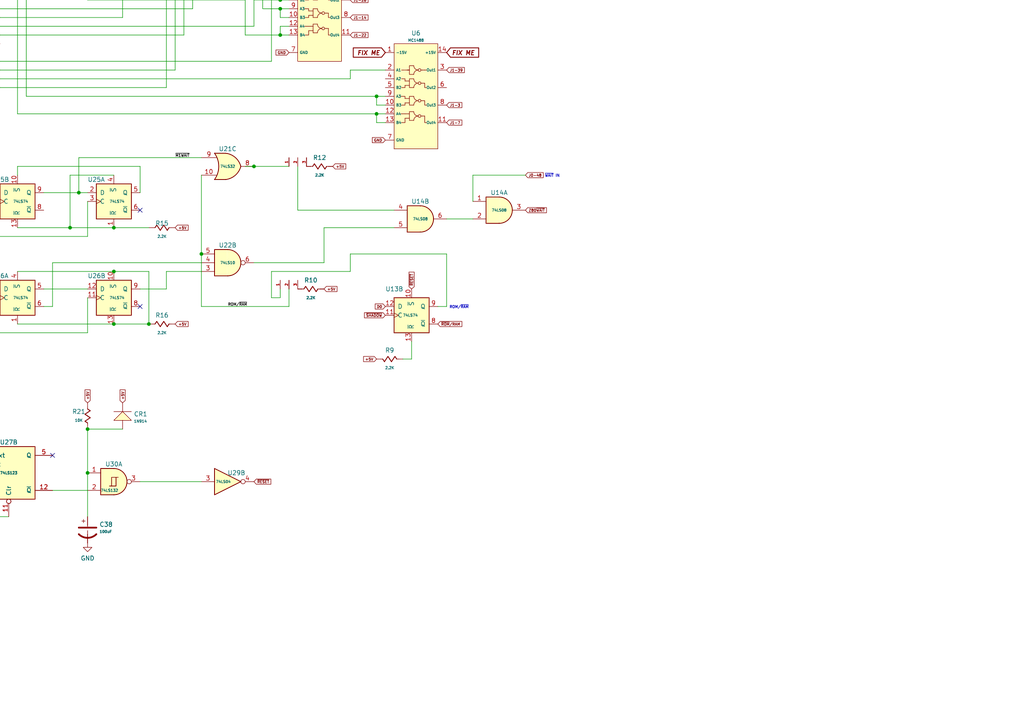
<source format=kicad_sch>
(kicad_sch (version 20211123) (generator eeschema)
  (paper "A4")
  (junction (at -137.16 12.7))
  (junction (at 33.02 78.74))
  (junction (at -139.7 137.16))
  (junction (at -76.2 127))
  (junction (at -10.16 142.24))
  (junction (at -10.16 124.46))
  (junction (at -139.7 121.92))
  (junction (at -2.54 58.42))
  (junction (at -30.48 149.86))
  (junction (at 58.42 73.66))
  (junction (at -114.3 -43.18))
  (junction (at 20.32 66.04))
  (junction (at -2.54 86.36))
  (junction (at 25.4 124.46))
  (junction (at 147.32 -86.36))
  (junction (at -116.84 81.28))
  (junction (at -144.78 12.7))
  (junction (at -114.3 81.28))
  (junction (at -139.7 149.86))
  (junction (at -68.58 -7.62))
  (junction (at -93.98 121.92))
  (junction (at 147.32 -83.82))
  (junction (at -63.5 149.86))
  (junction (at -119.38 81.28))
  (junction (at 81.28 0))
  (junction (at -180.34 160.02))
  (junction (at 22.86 55.88))
  (junction (at -93.98 142.24))
  (junction (at 147.32 -88.9))
  (junction (at 43.18 93.98))
  (junction (at 81.28 2.54))
  (junction (at 109.22 27.94))
  (junction (at 81.28 10.16))
  (junction (at 33.02 66.04))
  (junction (at 25.4 137.16))
  (junction (at 109.22 33.02))
  (junction (at -68.58 -15.24))
  (junction (at 33.02 93.98))
  (junction (at -111.76 134.62))
  (junction (at 73.66 48.26))
  (no_connect (at 127 -91.44))
  (no_connect (at 127 -86.36))
  (no_connect (at 127 -81.28))
  (no_connect (at 127 -76.2))
  (no_connect (at 101.6 -60.96))
  (no_connect (at 101.6 -55.88))
  (no_connect (at 101.6 -45.72))
  (no_connect (at 101.6 -50.8))
  (no_connect (at 76.2 -33.02))
  (no_connect (at 76.2 -22.86))
  (no_connect (at 76.2 -27.94))
  (no_connect (at 76.2 -17.78))
  (no_connect (at 40.64 88.9))
  (no_connect (at 40.64 60.96))
  (no_connect (at -101.6 76.2))
  (no_connect (at -50.8 142.24))
  (no_connect (at -22.86 137.16))
  (no_connect (at 15.24 132.08))
  (bus_entry (at -203.2 -12.7) (size -2.54 2.54))
  (bus_entry (at -203.2 -15.24) (size -2.54 2.54))
  (bus_entry (at -203.2 -25.4) (size -2.54 2.54))
  (bus_entry (at -205.74 5.08) (size 2.54 -2.54))
  (bus_entry (at -205.74 17.78) (size 2.54 -2.54))
  (bus_entry (at -203.2 -27.94) (size -2.54 2.54))
  (bus_entry (at -203.2 -22.86) (size -2.54 2.54))
  (bus_entry (at -205.74 30.48) (size 2.54 -2.54))
  (bus_entry (at -203.2 -33.02) (size -2.54 2.54))
  (bus_entry (at -205.74 12.7) (size 2.54 -2.54))
  (bus_entry (at -205.74 27.94) (size 2.54 -2.54))
  (bus_entry (at -205.74 15.24) (size 2.54 -2.54))
  (bus_entry (at -205.74 33.02) (size 2.54 -2.54))
  (bus_entry (at -205.74 -2.54) (size 2.54 -2.54))
  (bus_entry (at -205.74 -5.08) (size 2.54 -2.54))
  (bus_entry (at -205.74 55.88) (size 2.54 -2.54))
  (bus_entry (at -205.74 10.16) (size 2.54 -2.54))
  (bus_entry (at -43.18 2.54) (size 2.54 2.54))
  (bus_entry (at -43.18 -2.54) (size 2.54 2.54))
  (bus_entry (at -43.18 0) (size 2.54 2.54))
  (bus_entry (at -205.74 22.86) (size 2.54 -2.54))
  (bus_entry (at -203.2 -30.48) (size -2.54 2.54))
  (bus_entry (at -205.74 48.26) (size 2.54 -2.54))
  (bus_entry (at -205.74 20.32) (size 2.54 -2.54))
  (bus_entry (at -205.74 2.54) (size 2.54 -2.54))
  (bus_entry (at -205.74 38.1) (size 2.54 -2.54))
  (bus_entry (at -205.74 40.64) (size 2.54 -2.54))
  (bus_entry (at -114.3 7.62) (size 2.54 2.54))
  (bus_entry (at -114.3 -2.54) (size 2.54 2.54))
  (bus_entry (at -114.3 0) (size 2.54 2.54))
  (bus_entry (at -114.3 2.54) (size 2.54 2.54))
  (bus_entry (at -114.3 5.08) (size 2.54 2.54))
  (bus_entry (at -114.3 20.32) (size 2.54 2.54))
  (bus_entry (at -43.18 30.48) (size 2.54 2.54))
  (bus_entry (at -43.18 33.02) (size 2.54 2.54))
  (bus_entry (at -205.74 45.72) (size 2.54 -2.54))
  (bus_entry (at -43.18 20.32) (size 2.54 2.54))
  (bus_entry (at -43.18 -27.94) (size 2.54 2.54))
  (bus_entry (at -43.18 -30.48) (size 2.54 2.54))
  (bus_entry (at -114.3 -27.94) (size 2.54 2.54))
  (bus_entry (at -43.18 -15.24) (size 2.54 2.54))
  (bus_entry (at -43.18 -12.7) (size 2.54 2.54))
  (bus_entry (at -43.18 -25.4) (size 2.54 2.54))
  (bus_entry (at -43.18 -17.78) (size 2.54 2.54))
  (bus_entry (at -43.18 -22.86) (size 2.54 2.54))
  (bus_entry (at -43.18 -20.32) (size 2.54 2.54))
  (bus_entry (at -114.3 -20.32) (size 2.54 2.54))
  (bus_entry (at -114.3 -17.78) (size 2.54 2.54))
  (bus_entry (at -114.3 -15.24) (size 2.54 2.54))
  (bus_entry (at -114.3 -12.7) (size 2.54 2.54))
  (bus_entry (at -114.3 -10.16) (size 2.54 2.54))
  (bus_entry (at -114.3 -25.4) (size 2.54 2.54))
  (bus_entry (at -114.3 -22.86) (size 2.54 2.54))
  (bus_entry (at -205.74 50.8) (size 2.54 -2.54))
  (bus_entry (at -205.74 43.18) (size 2.54 -2.54))
  (bus_entry (at -203.2 -17.78) (size -2.54 2.54))
  (bus_entry (at -205.74 0) (size 2.54 -2.54))
  (bus_entry (at -205.74 7.62) (size 2.54 -2.54))
  (bus_entry (at -205.74 25.4) (size 2.54 -2.54))
  (bus_entry (at -203.2 -20.32) (size -2.54 2.54))
  (bus_entry (at -205.74 53.34) (size 2.54 -2.54))
  (bus (pts (xy -203.2 10.16) (xy -203.2 12.7)))
  (wire (pts (xy -205.74 -15.24) (xy -220.98 -15.24)))
  (wire (pts (xy -134.62 71.12) (xy -127 71.12)))
  (wire (pts (xy -15.24 134.62) (xy -10.16 134.62)))
  (wire (pts (xy 73.66 7.62) (xy 73.66 0)))
  (wire (pts (xy -10.16 114.3) (xy -10.16 124.46)))
  (wire (pts (xy -7.62 58.42) (xy -2.54 58.42)))
  (wire (pts (xy 78.74 78.74) (xy 101.6 78.74)))
  (wire (pts (xy -139.7 121.92) (xy -139.7 137.16)))
  (wire (pts (xy 73.66 48.26) (xy 71.12 48.26)))
  (wire (pts (xy -172.72 152.4) (xy -172.72 160.02)))
  (bus (pts (xy -203.2 43.18) (xy -203.2 45.72)))
  (wire (pts (xy -205.74 -30.48) (xy -220.98 -30.48)))
  (wire (pts (xy -337.82 12.7) (xy -337.82 15.24)))
  (wire (pts (xy 83.82 -2.54) (xy 81.28 -2.54)))
  (bus (pts (xy -114.3 -12.7) (xy -114.3 -10.16)))
  (wire (pts (xy 76.2 -5.08) (xy 76.2 2.54)))
  (wire (pts (xy -71.12 -7.62) (xy -68.58 -7.62)))
  (bus (pts (xy -203.2 2.54) (xy -203.2 5.08)))
  (wire (pts (xy 22.86 55.88) (xy 22.86 45.72)))
  (bus (pts (xy -43.18 -22.86) (xy -43.18 -25.4)))
  (bus (pts (xy -43.18 0) (xy -43.18 2.54)))
  (wire (pts (xy 93.98 66.04) (xy 114.3 66.04)))
  (wire (pts (xy -210.82 33.02) (xy -205.74 33.02)))
  (bus (pts (xy -203.2 40.64) (xy -203.2 43.18)))
  (wire (pts (xy -40.64 2.54) (xy -30.48 2.54)))
  (bus (pts (xy -43.18 -27.94) (xy -43.18 -30.48)))
  (wire (pts (xy -30.48 17.78) (xy -50.8 17.78)))
  (wire (pts (xy 22.86 55.88) (xy 25.4 55.88)))
  (bus (pts (xy -203.2 -33.02) (xy -203.2 -43.18)))
  (wire (pts (xy -111.76 7.62) (xy -101.6 7.62)))
  (wire (pts (xy 40.64 48.26) (xy 5.08 48.26)))
  (bus (pts (xy -43.18 -30.48) (xy -43.18 -43.18)))
  (wire (pts (xy -93.98 121.92) (xy -30.48 121.92)))
  (bus (pts (xy -203.2 38.1) (xy -203.2 40.64)))
  (wire (pts (xy 111.76 33.02) (xy 109.22 33.02)))
  (wire (pts (xy -144.78 12.7) (xy -137.16 12.7)))
  (wire (pts (xy 48.26 83.82) (xy 48.26 78.74)))
  (bus (pts (xy -203.2 -25.4) (xy -203.2 -27.94)))
  (wire (pts (xy -111.76 -7.62) (xy -101.6 -7.62)))
  (wire (pts (xy 10.16 -27.94) (xy 10.16 -78.74)))
  (bus (pts (xy -203.2 -5.08) (xy -203.2 -2.54)))
  (wire (pts (xy 78.74 86.36) (xy 81.28 86.36)))
  (wire (pts (xy 25.4 124.46) (xy 25.4 137.16)))
  (bus (pts (xy -114.3 2.54) (xy -114.3 5.08)))
  (wire (pts (xy 116.84 104.14) (xy 119.38 104.14)))
  (wire (pts (xy 22.86 -48.26) (xy 22.86 -30.48)))
  (wire (pts (xy 25.4 68.58) (xy 25.4 58.42)))
  (wire (pts (xy 50.8 -63.5) (xy 83.82 -63.5)))
  (bus (pts (xy -203.2 -17.78) (xy -203.2 -15.24)))
  (wire (pts (xy 73.66 0) (xy 81.28 0)))
  (wire (pts (xy 22.86 45.72) (xy 58.42 45.72)))
  (wire (pts (xy -60.96 -45.72) (xy 33.02 -45.72)))
  (wire (pts (xy 20.32 -20.32) (xy 20.32 -30.48)))
  (wire (pts (xy 48.26 -30.48) (xy 58.42 -30.48)))
  (bus (pts (xy -43.18 -15.24) (xy -43.18 -17.78)))
  (wire (pts (xy -43.18 116.84) (xy -43.18 134.62)))
  (bus (pts (xy -203.2 -20.32) (xy -203.2 -22.86)))
  (wire (pts (xy -2.54 96.52) (xy 25.4 96.52)))
  (bus (pts (xy -203.2 0) (xy -203.2 2.54)))
  (wire (pts (xy -43.18 134.62) (xy -38.1 134.62)))
  (wire (pts (xy -144.78 137.16) (xy -139.7 137.16)))
  (wire (pts (xy -109.22 66.04) (xy -109.22 60.96)))
  (wire (pts (xy 0 20.32) (xy 50.8 20.32)))
  (wire (pts (xy -111.76 -25.4) (xy -101.6 -25.4)))
  (wire (pts (xy -210.82 22.86) (xy -205.74 22.86)))
  (wire (pts (xy 0 -22.86) (xy 7.62 -22.86)))
  (wire (pts (xy -40.64 22.86) (xy -30.48 22.86)))
  (wire (pts (xy -63.5 -5.08) (xy -71.12 -5.08)))
  (wire (pts (xy -210.82 20.32) (xy -205.74 20.32)))
  (wire (pts (xy 71.12 10.16) (xy 81.28 10.16)))
  (wire (pts (xy -111.76 -17.78) (xy -101.6 -17.78)))
  (bus (pts (xy -43.18 -20.32) (xy -43.18 -22.86)))
  (wire (pts (xy -109.22 60.96) (xy -83.82 60.96)))
  (wire (pts (xy -210.82 10.16) (xy -205.74 10.16)))
  (wire (pts (xy -210.82 17.78) (xy -205.74 17.78)))
  (wire (pts (xy -132.08 15.24) (xy -132.08 25.4)))
  (bus (pts (xy -203.2 35.56) (xy -203.2 38.1)))
  (bus (pts (xy -203.2 17.78) (xy -203.2 20.32)))
  (wire (pts (xy -66.04 -50.8) (xy -66.04 -12.7)))
  (wire (pts (xy -15.24 124.46) (xy -10.16 124.46)))
  (wire (pts (xy -30.48 15.24) (xy -53.34 15.24)))
  (wire (pts (xy -40.64 -12.7) (xy -30.48 -12.7)))
  (wire (pts (xy 109.22 35.56) (xy 111.76 35.56)))
  (wire (pts (xy -111.76 -10.16) (xy -101.6 -10.16)))
  (wire (pts (xy 17.78 -83.82) (xy 109.22 -83.82)))
  (wire (pts (xy 73.66 76.2) (xy 93.98 76.2)))
  (wire (pts (xy -210.82 48.26) (xy -205.74 48.26)))
  (wire (pts (xy -76.2 127) (xy -76.2 132.08)))
  (wire (pts (xy 81.28 -2.54) (xy 81.28 0)))
  (wire (pts (xy 43.18 78.74) (xy 43.18 93.98)))
  (wire (pts (xy 58.42 88.9) (xy 83.82 88.9)))
  (wire (pts (xy 27.94 -17.78) (xy 27.94 -53.34)))
  (wire (pts (xy 109.22 33.02) (xy 109.22 35.56)))
  (wire (pts (xy 5.08 33.02) (xy 109.22 33.02)))
  (bus (pts (xy -203.2 50.8) (xy -203.2 53.34)))
  (wire (pts (xy 40.64 83.82) (xy 48.26 83.82)))
  (wire (pts (xy 50.8 20.32) (xy 50.8 -63.5)))
  (bus (pts (xy -203.2 -12.7) (xy -203.2 -7.62)))
  (wire (pts (xy 137.16 58.42) (xy 137.16 50.8)))
  (bus (pts (xy -43.18 -2.54) (xy -43.18 0)))
  (wire (pts (xy 5.08 48.26) (xy 5.08 50.8)))
  (wire (pts (xy -205.74 -22.86) (xy -220.98 -22.86)))
  (wire (pts (xy -210.82 25.4) (xy -205.74 25.4)))
  (wire (pts (xy -187.96 160.02) (xy -180.34 160.02)))
  (wire (pts (xy 93.98 76.2) (xy 93.98 66.04)))
  (wire (pts (xy -119.38 81.28) (xy -116.84 81.28)))
  (wire (pts (xy 12.7 88.9) (xy 15.24 88.9)))
  (bus (pts (xy -114.3 -2.54) (xy -114.3 0)))
  (wire (pts (xy -63.5 -48.26) (xy 22.86 -48.26)))
  (wire (pts (xy 15.24 76.2) (xy 58.42 76.2)))
  (wire (pts (xy -111.76 2.54) (xy -101.6 2.54)))
  (wire (pts (xy -68.58 -22.86) (xy -68.58 -15.24)))
  (wire (pts (xy -139.7 144.78) (xy -139.7 149.86)))
  (wire (pts (xy -114.3 81.28) (xy -111.76 81.28)))
  (wire (pts (xy -7.62 55.88) (xy -2.54 55.88)))
  (wire (pts (xy -40.64 -22.86) (xy -30.48 -22.86)))
  (wire (pts (xy 5.08 66.04) (xy 20.32 66.04)))
  (wire (pts (xy -81.28 134.62) (xy -76.2 134.62)))
  (wire (pts (xy 0 17.78) (xy 78.74 17.78)))
  (wire (pts (xy -187.96 144.78) (xy -185.42 144.78)))
  (wire (pts (xy -20.32 132.08) (xy -20.32 142.24)))
  (wire (pts (xy 81.28 7.62) (xy 81.28 10.16)))
  (wire (pts (xy -210.82 43.18) (xy -205.74 43.18)))
  (wire (pts (xy -40.64 -20.32) (xy -30.48 -20.32)))
  (wire (pts (xy 0 5.08) (xy 35.56 5.08)))
  (wire (pts (xy -111.76 5.08) (xy -101.6 5.08)))
  (wire (pts (xy 109.22 30.48) (xy 111.76 30.48)))
  (wire (pts (xy -40.64 -25.4) (xy -30.48 -25.4)))
  (wire (pts (xy -111.76 10.16) (xy -101.6 10.16)))
  (wire (pts (xy -20.32 142.24) (xy -10.16 142.24)))
  (wire (pts (xy 147.32 -83.82) (xy 147.32 -78.74)))
  (wire (pts (xy -144.78 12.7) (xy -144.78 73.66)))
  (wire (pts (xy 55.88 2.54) (xy 55.88 -20.32)))
  (wire (pts (xy -30.48 127) (xy -30.48 121.92)))
  (wire (pts (xy 0 -10.16) (xy 5.08 -10.16)))
  (wire (pts (xy -60.96 -45.72) (xy -60.96 2.54)))
  (wire (pts (xy 0 -2.54) (xy 45.72 -2.54)))
  (wire (pts (xy 0 -7.62) (xy 30.48 -7.62)))
  (wire (pts (xy -66.04 -12.7) (xy -71.12 -12.7)))
  (bus (pts (xy -114.3 -25.4) (xy -114.3 -22.86)))
  (wire (pts (xy -205.74 -10.16) (xy -220.98 -10.16)))
  (wire (pts (xy 25.4 137.16) (xy 25.4 149.86)))
  (wire (pts (xy 20.32 66.04) (xy 33.02 66.04)))
  (bus (pts (xy -203.2 -20.32) (xy -203.2 -17.78)))
  (bus (pts (xy -203.2 45.72) (xy -203.2 48.26)))
  (bus (pts (xy -114.3 -43.18) (xy -43.18 -43.18)))
  (wire (pts (xy 15.24 88.9) (xy 15.24 76.2)))
  (wire (pts (xy 5.08 -50.8) (xy -66.04 -50.8)))
  (bus (pts (xy -43.18 -25.4) (xy -43.18 -27.94)))
  (wire (pts (xy -116.84 40.64) (xy -116.84 66.04)))
  (wire (pts (xy 55.88 -20.32) (xy 58.42 -20.32)))
  (wire (pts (xy 15.24 142.24) (xy 25.4 142.24)))
  (wire (pts (xy -210.82 -2.54) (xy -205.74 -2.54)))
  (wire (pts (xy 33.02 78.74) (xy 43.18 78.74)))
  (wire (pts (xy -147.32 152.4) (xy -152.4 152.4)))
  (wire (pts (xy -40.64 -17.78) (xy -30.48 -17.78)))
  (wire (pts (xy 33.02 66.04) (xy 43.18 66.04)))
  (wire (pts (xy -111.76 -15.24) (xy -101.6 -15.24)))
  (wire (pts (xy 0 2.54) (xy 55.88 2.54)))
  (wire (pts (xy 10.16 -78.74) (xy 109.22 -78.74)))
  (wire (pts (xy 147.32 -83.82) (xy 149.86 -83.82)))
  (wire (pts (xy -205.74 -27.94) (xy -220.98 -27.94)))
  (wire (pts (xy 25.4 0) (xy 71.12 0)))
  (wire (pts (xy 5.08 78.74) (xy 33.02 78.74)))
  (wire (pts (xy 38.1 -58.42) (xy 83.82 -58.42)))
  (wire (pts (xy -160.02 12.7) (xy -152.4 12.7)))
  (wire (pts (xy -50.8 17.78) (xy -50.8 40.64)))
  (bus (pts (xy -203.2 20.32) (xy -203.2 22.86)))
  (wire (pts (xy -2.54 68.58) (xy 25.4 68.58)))
  (wire (pts (xy -177.8 144.78) (xy -170.18 144.78)))
  (wire (pts (xy 12.7 55.88) (xy 22.86 55.88)))
  (wire (pts (xy -210.82 2.54) (xy -205.74 2.54)))
  (wire (pts (xy -81.28 127) (xy -76.2 127)))
  (wire (pts (xy 86.36 48.26) (xy 86.36 60.96)))
  (wire (pts (xy 147.32 -86.36) (xy 149.86 -86.36)))
  (wire (pts (xy -210.82 5.08) (xy -205.74 5.08)))
  (wire (pts (xy -50.8 40.64) (xy -63.5 40.64)))
  (wire (pts (xy 86.36 60.96) (xy 114.3 60.96)))
  (wire (pts (xy 147.32 -88.9) (xy 149.86 -88.9)))
  (wire (pts (xy 147.32 -86.36) (xy 147.32 -83.82)))
  (bus (pts (xy -203.2 -7.62) (xy -203.2 -5.08)))
  (wire (pts (xy 7.62 -27.94) (xy 7.62 -25.4)))
  (wire (pts (xy -63.5 149.86) (xy -30.48 149.86)))
  (wire (pts (xy -40.64 5.08) (xy -30.48 5.08)))
  (wire (pts (xy 30.48 -48.26) (xy 30.48 -7.62)))
  (wire (pts (xy -210.82 53.34) (xy -205.74 53.34)))
  (wire (pts (xy -205.74 -20.32) (xy -220.98 -20.32)))
  (wire (pts (xy -116.84 134.62) (xy -111.76 134.62)))
  (wire (pts (xy -111.76 -20.32) (xy -101.6 -20.32)))
  (wire (pts (xy -7.62 86.36) (xy -2.54 86.36)))
  (wire (pts (xy 53.34 10.16) (xy 53.34 -25.4)))
  (wire (pts (xy -119.38 121.92) (xy -93.98 121.92)))
  (wire (pts (xy 30.48 -48.26) (xy 83.82 -48.26)))
  (wire (pts (xy 71.12 0) (xy 71.12 10.16)))
  (wire (pts (xy 33.02 50.8) (xy 20.32 50.8)))
  (bus (pts (xy -43.18 -12.7) (xy -43.18 -2.54)))
  (wire (pts (xy -7.62 83.82) (xy -2.54 83.82)))
  (wire (pts (xy -109.22 81.28) (xy -109.22 86.36)))
  (wire (pts (xy 119.38 99.06) (xy 119.38 104.14)))
  (wire (pts (xy -53.34 33.02) (xy -119.38 33.02)))
  (wire (pts (xy 147.32 -91.44) (xy 147.32 -88.9)))
  (wire (pts (xy -93.98 142.24) (xy -93.98 149.86)))
  (wire (pts (xy -114.3 66.04) (xy -114.3 43.18)))
  (wire (pts (xy -116.84 81.28) (xy -114.3 81.28)))
  (wire (pts (xy 78.74 78.74) (xy 78.74 86.36)))
  (wire (pts (xy -205.74 -17.78) (xy -220.98 -17.78)))
  (wire (pts (xy 101.6 78.74) (xy 101.6 73.66)))
  (wire (pts (xy -96.52 137.16) (xy -96.52 139.7)))
  (wire (pts (xy 0 -20.32) (xy 20.32 -20.32)))
  (wire (pts (xy 5.08 -27.94) (xy 5.08 -50.8)))
  (bus (pts (xy -43.18 -12.7) (xy -43.18 -15.24)))
  (wire (pts (xy 129.54 63.5) (xy 137.16 63.5)))
  (wire (pts (xy 0 -93.98) (xy 0 -27.94)))
  (bus (pts (xy -203.2 -22.86) (xy -203.2 -25.4)))
  (wire (pts (xy -10.16 124.46) (xy -10.16 132.08)))
  (wire (pts (xy 73.66 48.26) (xy 83.82 48.26)))
  (wire (pts (xy -210.82 38.1) (xy -205.74 38.1)))
  (wire (pts (xy 0 7.62) (xy 73.66 7.62)))
  (bus (pts (xy -203.2 5.08) (xy -203.2 7.62)))
  (bus (pts (xy -203.2 -12.7) (xy -203.2 -15.24)))
  (bus (pts (xy -114.3 -27.94) (xy -114.3 -25.4)))
  (wire (pts (xy -149.86 121.92) (xy -139.7 121.92)))
  (wire (pts (xy -114.3 43.18) (xy -93.98 43.18)))
  (wire (pts (xy -2.54 86.36) (xy -2.54 96.52)))
  (wire (pts (xy 7.62 27.94) (xy 109.22 27.94)))
  (wire (pts (xy -127 73.66) (xy -144.78 73.66)))
  (bus (pts (xy -43.18 2.54) (xy -43.18 20.32)))
  (wire (pts (xy 137.16 50.8) (xy 152.4 50.8)))
  (wire (pts (xy -12.7 35.56) (xy -12.7 33.02)))
  (wire (pts (xy 12.7 83.82) (xy 25.4 83.82)))
  (wire (pts (xy -101.6 15.24) (xy -132.08 15.24)))
  (wire (pts (xy 7.62 -22.86) (xy 7.62 27.94)))
  (wire (pts (xy -134.62 40.64) (xy -134.62 71.12)))
  (wire (pts (xy -119.38 33.02) (xy -119.38 66.04)))
  (wire (pts (xy 0 -17.78) (xy 27.94 -17.78)))
  (wire (pts (xy -322.58 12.7) (xy -322.58 15.24)))
  (wire (pts (xy 109.22 27.94) (xy 109.22 30.48)))
  (bus (pts (xy -114.3 -20.32) (xy -114.3 -17.78)))
  (wire (pts (xy -111.76 152.4) (xy -111.76 139.7)))
  (wire (pts (xy -152.4 149.86) (xy -139.7 149.86)))
  (bus (pts (xy -114.3 -27.94) (xy -114.3 -43.18)))
  (wire (pts (xy 58.42 73.66) (xy 58.42 88.9)))
  (bus (pts (xy -203.2 30.48) (xy -203.2 35.56)))
  (wire (pts (xy -111.76 -12.7) (xy -101.6 -12.7)))
  (wire (pts (xy -353.06 -5.08) (xy -353.06 -2.54)))
  (wire (pts (xy 0 -5.08) (xy 76.2 -5.08)))
  (wire (pts (xy 0 22.86) (xy 101.6 22.86)))
  (wire (pts (xy -111.76 -22.86) (xy -101.6 -22.86)))
  (wire (pts (xy -210.82 30.48) (xy -205.74 30.48)))
  (wire (pts (xy -210.82 0) (xy -205.74 0)))
  (wire (pts (xy 81.28 0) (xy 83.82 0)))
  (wire (pts (xy -40.64 -10.16) (xy -30.48 -10.16)))
  (wire (pts (xy 35.56 5.08) (xy 35.56 -27.94)))
  (wire (pts (xy 40.64 55.88) (xy 40.64 48.26)))
  (bus (pts (xy -203.2 22.86) (xy -203.2 25.4)))
  (wire (pts (xy -53.34 15.24) (xy -53.34 33.02)))
  (wire (pts (xy -109.22 53.34) (xy -111.76 53.34)))
  (bus (pts (xy -203.2 27.94) (xy -203.2 30.48)))
  (wire (pts (xy -40.64 -27.94) (xy -30.48 -27.94)))
  (wire (pts (xy 33.02 -27.94) (xy 33.02 -45.72)))
  (wire (pts (xy 48.26 78.74) (xy 58.42 78.74)))
  (wire (pts (xy -139.7 149.86) (xy -139.7 154.94)))
  (bus (pts (xy -114.3 -22.86) (xy -114.3 -20.32)))
  (wire (pts (xy 81.28 10.16) (xy 83.82 10.16)))
  (wire (pts (xy -68.58 -15.24) (xy -68.58 -7.62)))
  (bus (pts (xy -43.18 30.48) (xy -43.18 33.02)))
  (wire (pts (xy -40.64 33.02) (xy -15.24 33.02)))
  (wire (pts (xy 101.6 73.66) (xy 129.54 73.66)))
  (wire (pts (xy -60.96 2.54) (xy -71.12 2.54)))
  (wire (pts (xy 101.6 20.32) (xy 111.76 20.32)))
  (wire (pts (xy 83.82 88.9) (xy 83.82 83.82)))
  (wire (pts (xy 83.82 7.62) (xy 81.28 7.62)))
  (wire (pts (xy 27.94 -53.34) (xy 83.82 -53.34)))
  (bus (pts (xy -114.3 7.62) (xy -114.3 20.32)))
  (wire (pts (xy 129.54 88.9) (xy 127 88.9)))
  (wire (pts (xy -322.58 38.1) (xy -322.58 35.56)))
  (wire (pts (xy -137.16 12.7) (xy -101.6 12.7)))
  (bus (pts (xy -203.2 7.62) (xy -203.2 10.16)))
  (wire (pts (xy 109.22 -93.98) (xy 0 -93.98)))
  (wire (pts (xy -210.82 40.64) (xy -205.74 40.64)))
  (bus (pts (xy -114.3 -17.78) (xy -114.3 -15.24)))
  (wire (pts (xy -353.06 -27.94) (xy -353.06 -25.4)))
  (wire (pts (xy -210.82 -5.08) (xy -205.74 -5.08)))
  (wire (pts (xy 111.76 27.94) (xy 109.22 27.94)))
  (wire (pts (xy -101.6 73.66) (xy -99.06 73.66)))
  (wire (pts (xy 81.28 5.08) (xy 83.82 5.08)))
  (wire (pts (xy -10.16 142.24) (xy -10.16 144.78)))
  (bus (pts (xy -114.3 0) (xy -114.3 2.54)))
  (bus (pts (xy -203.2 -30.48) (xy -203.2 -33.02)))
  (wire (pts (xy -180.34 160.02) (xy -172.72 160.02)))
  (wire (pts (xy 38.1 -27.94) (xy 38.1 -58.42)))
  (wire (pts (xy 53.34 -25.4) (xy 58.42 -25.4)))
  (wire (pts (xy 48.26 25.4) (xy 48.26 -30.48)))
  (wire (pts (xy -210.82 45.72) (xy -205.74 45.72)))
  (bus (pts (xy -203.2 -43.18) (xy -114.3 -43.18)))
  (wire (pts (xy 78.74 -5.08) (xy 83.82 -5.08)))
  (wire (pts (xy 129.54 73.66) (xy 129.54 88.9)))
  (wire (pts (xy -109.22 86.36) (xy -99.06 86.36)))
  (wire (pts (xy -111.76 116.84) (xy -43.18 116.84)))
  (bus (pts (xy -203.2 12.7) (xy -203.2 15.24)))
  (wire (pts (xy 5.08 -10.16) (xy 5.08 33.02)))
  (wire (pts (xy -83.82 60.96) (xy -83.82 73.66)))
  (bus (pts (xy -43.18 20.32) (xy -43.18 30.48)))
  (wire (pts (xy -93.98 149.86) (xy -63.5 149.86)))
  (wire (pts (xy 147.32 -88.9) (xy 147.32 -86.36)))
  (wire (pts (xy -124.46 152.4) (xy -111.76 152.4)))
  (wire (pts (xy 20.32 50.8) (xy 20.32 66.04)))
  (wire (pts (xy 58.42 50.8) (xy 58.42 73.66)))
  (wire (pts (xy -210.82 55.88) (xy -205.74 55.88)))
  (wire (pts (xy -337.82 38.1) (xy -337.82 35.56)))
  (bus (pts (xy -203.2 15.24) (xy -203.2 17.78)))
  (wire (pts (xy -40.64 35.56) (xy -12.7 35.56)))
  (wire (pts (xy -205.74 -12.7) (xy -220.98 -12.7)))
  (bus (pts (xy -203.2 -27.94) (xy -203.2 -30.48)))
  (wire (pts (xy -160.02 81.28) (xy -152.4 81.28)))
  (wire (pts (xy -40.64 -15.24) (xy -30.48 -15.24)))
  (wire (pts (xy -50.8 132.08) (xy -38.1 132.08)))
  (wire (pts (xy -71.12 -15.24) (xy -68.58 -15.24)))
  (wire (pts (xy -22.86 132.08) (xy -20.32 132.08)))
  (bus (pts (xy -43.18 -17.78) (xy -43.18 -20.32)))
  (bus (pts (xy -203.2 48.26) (xy -203.2 50.8)))
  (wire (pts (xy 0 25.4) (xy 48.26 25.4)))
  (wire (pts (xy -111.76 0) (xy -101.6 0)))
  (bus (pts (xy -114.3 -10.16) (xy -114.3 -2.54)))
  (wire (pts (xy -144.78 81.28) (xy -119.38 81.28)))
  (wire (pts (xy -210.82 15.24) (xy -205.74 15.24)))
  (wire (pts (xy -2.54 58.42) (xy -2.54 68.58)))
  (wire (pts (xy -111.76 22.86) (xy -101.6 22.86)))
  (wire (pts (xy -96.52 139.7) (xy -76.2 139.7)))
  (wire (pts (xy -172.72 152.4) (xy -170.18 152.4)))
  (bus (pts (xy -114.3 5.08) (xy -114.3 7.62)))
  (wire (pts (xy 5.08 93.98) (xy 33.02 93.98)))
  (wire (pts (xy -68.58 -7.62) (xy -68.58 0)))
  (wire (pts (xy 40.64 139.7) (xy 58.42 139.7)))
  (wire (pts (xy 35.56 124.46) (xy 25.4 124.46)))
  (wire (pts (xy 0 -25.4) (xy 7.62 -25.4)))
  (wire (pts (xy 81.28 83.82) (xy 81.28 86.36)))
  (wire (pts (xy -93.98 121.92) (xy -93.98 142.24)))
  (wire (pts (xy 83.82 2.54) (xy 81.28 2.54)))
  (wire (pts (xy 0 10.16) (xy 53.34 10.16)))
  (wire (pts (xy 25.4 -30.48) (xy 25.4 0)))
  (wire (pts (xy 78.74 17.78) (xy 78.74 -5.08)))
  (wire (pts (xy -210.82 27.94) (xy -205.74 27.94)))
  (wire (pts (xy -187.96 144.78) (xy -187.96 160.02)))
  (wire (pts (xy -180.34 149.86) (xy -170.18 149.86)))
  (wire (pts (xy -210.82 50.8) (xy -205.74 50.8)))
  (wire (pts (xy -205.74 -25.4) (xy -220.98 -25.4)))
  (wire (pts (xy -152.4 137.16) (xy -152.4 144.78)))
  (bus (pts (xy -203.2 25.4) (xy -203.2 27.94)))
  (wire (pts (xy 149.86 -91.44) (xy 147.32 -91.44)))
  (wire (pts (xy -93.98 142.24) (xy -76.2 142.24)))
  (wire (pts (xy -76.2 114.3) (xy -76.2 127)))
  (wire (pts (xy -210.82 12.7) (xy -205.74 12.7)))
  (wire (pts (xy 76.2 2.54) (xy 81.28 2.54)))
  (wire (pts (xy -71.12 0) (xy -68.58 0)))
  (wire (pts (xy -210.82 7.62) (xy -205.74 7.62)))
  (wire (pts (xy 45.72 -35.56) (xy 58.42 -35.56)))
  (wire (pts (xy -30.48 142.24) (xy -30.48 149.86)))
  (wire (pts (xy -40.64 0) (xy -30.48 0)))
  (wire (pts (xy -78.74 40.64) (xy -116.84 40.64)))
  (wire (pts (xy 45.72 -2.54) (xy 45.72 -35.56)))
  (bus (pts (xy -203.2 -2.54) (xy -203.2 0)))
  (wire (pts (xy -111.76 134.62) (xy -111.76 116.84)))
  (wire (pts (xy -111.76 53.34) (xy -111.76 66.04)))
  (wire (pts (xy 101.6 22.86) (xy 101.6 20.32)))
  (wire (pts (xy -63.5 -48.26) (xy -63.5 -5.08)))
  (wire (pts (xy 17.78 -83.82) (xy 17.78 -30.48)))
  (wire (pts (xy -139.7 121.92) (xy -127 121.92)))
  (wire (pts (xy -30.48 149.86) (xy 2.54 149.86)))
  (bus (pts (xy -114.3 -15.24) (xy -114.3 -12.7)))
  (wire (pts (xy -137.16 12.7) (xy -137.16 25.4)))
  (wire (pts (xy 81.28 2.54) (xy 81.28 5.08)))
  (wire (pts (xy 25.4 96.52) (xy 25.4 86.36)))
  (wire (pts (xy 33.02 93.98) (xy 43.18 93.98)))
  (text "ROM/~{RAM}" (at 130.302 89.662 0) (effects (font (size 0.762 0.762)) (justify left bottom)))
  (text "~{WAIT} IN" (at 157.988 51.562 0) (effects (font (size 0.762 0.762)) (justify left bottom)))
  (label "~{M1}" (at -38.1 0 0) (effects (font (size 0.762 0.762))))
  (label "A15" (at -208.28 33.02 0) (effects (font (size 0.762 0.762))))
  (label "~{M1}" (at -215.9 -30.48 180) (effects (font (size 0.762 0.762))))
  (label "D5" (at -38.1 -15.24 0) (effects (font (size 0.762 0.762))))
  (label "A1" (at -208.28 -2.54 0) (effects (font (size 0.762 0.762))))
  (label "~{RFSH}" (at -218.44 -17.78 0) (effects (font (size 0.762 0.762))))
  (label "~{M1WAIT}" (at 50.8 45.72 0) (effects (font (size 0.762 0.762))))
  (label "A9" (at -208.28 17.78 0) (effects (font (size 0.762 0.762))))
  (label "~{RESET}" (at -215.9 -15.24 180) (effects (font (size 0.762 0.762))))
  (label "~{MREQ}" (at -215.9 -27.94 180) (effects (font (size 0.762 0.762))))
  (label "A8" (at -208.28 15.24 0) (effects (font (size 0.762 0.762))))
  (label "A7" (at -208.28 12.7 0) (effects (font (size 0.762 0.762))))
  (label "A0" (at -109.22 0 0) (effects (font (size 0.762 0.762))))
  (label "A10" (at -208.28 20.32 0) (effects (font (size 0.762 0.762))))
  (label "D4" (at -109.22 -15.24 0) (effects (font (size 0.762 0.762))))
  (label "A2" (at -208.28 0 0) (effects (font (size 0.762 0.762))))
  (label "D3" (at -38.1 -20.32 0) (effects (font (size 0.762 0.762))))
  (label "D2" (at -109.22 -20.32 0) (effects (font (size 0.762 0.762))))
  (label "A6" (at -208.28 10.16 0) (effects (font (size 0.762 0.762))))
  (label "A0" (at -38.1 35.56 0) (effects (font (size 0.762 0.762))))
  (label "~{IORQ}" (at -38.1 2.54 0) (effects (font (size 0.762 0.762))))
  (label "D5" (at -109.22 -12.7 0) (effects (font (size 0.762 0.762))))
  (label "ROM{slash}~{RAM}" (at 66.04 88.9 0) (effects (font (size 0.762 0.762))))
  (label "A13" (at -208.28 27.94 0) (effects (font (size 0.762 0.762))))
  (label "D3" (at -208.28 45.72 0) (effects (font (size 0.762 0.762))))
  (label "D6" (at -38.1 -12.7 0) (effects (font (size 0.762 0.762))))
  (label "CLK" (at -38.1 22.86 0) (effects (font (size 0.762 0.762))))
  (label "D1" (at -109.22 -22.86 0) (effects (font (size 0.762 0.762))))
  (label "A1" (at -109.22 2.54 0) (effects (font (size 0.762 0.762))))
  (label "D6" (at -208.28 53.34 0) (effects (font (size 0.762 0.762))))
  (label "D2" (at -208.28 43.18 0) (effects (font (size 0.762 0.762))))
  (label "A1" (at -38.1 33.02 0) (effects (font (size 0.762 0.762))))
  (label "~{RD}" (at -215.9 -22.86 180) (effects (font (size 0.762 0.762))))
  (label "~{RD}" (at -38.1 5.08 0) (effects (font (size 0.762 0.762))))
  (label "D0" (at -38.1 -27.94 0) (effects (font (size 0.762 0.762))))
  (label "A12" (at -208.28 25.4 0) (effects (font (size 0.762 0.762))))
  (label "D0" (at -109.22 -25.4 0) (effects (font (size 0.762 0.762))))
  (label "D4" (at -38.1 -17.78 0) (effects (font (size 0.762 0.762))))
  (label "D2" (at -38.1 -22.86 0) (effects (font (size 0.762 0.762))))
  (label "~{WR}" (at -215.9 -20.32 180) (effects (font (size 0.762 0.762))))
  (label "D1" (at -208.28 40.64 0) (effects (font (size 0.762 0.762))))
  (label "A14" (at -208.28 30.48 0) (effects (font (size 0.762 0.762))))
  (label "D1" (at -38.1 -25.4 0) (effects (font (size 0.762 0.762))))
  (label "D4" (at -208.28 48.26 0) (effects (font (size 0.762 0.762))))
  (label "CLK" (at -109.22 22.86 0) (effects (font (size 0.762 0.762))))
  (label "D5" (at -208.28 50.8 0) (effects (font (size 0.762 0.762))))
  (label "D0" (at -208.28 38.1 0) (effects (font (size 0.762 0.762))))
  (label "~{BUSACK}" (at -215.9 -12.7 180) (effects (font (size 0.762 0.762))))
  (label "~{RD}" (at -109.22 10.16 0) (effects (font (size 0.762 0.762))))
  (label "D6" (at -109.22 -10.16 0) (effects (font (size 0.762 0.762))))
  (label "D3" (at -109.22 -17.78 0) (effects (font (size 0.762 0.762))))
  (label "~{M1}" (at -109.22 5.08 0) (effects (font (size 0.762 0.762))))
  (label "CLK" (at -215.9 -10.16 180) (effects (font (size 0.762 0.762))))
  (label "A0" (at -208.28 -5.08 0) (effects (font (size 0.762 0.762))))
  (label "D7" (at -109.22 -7.62 0) (effects (font (size 0.762 0.762))))
  (label "~{IORQ}" (at -215.9 -25.4 180) (effects (font (size 0.762 0.762))))
  (label "D7" (at -208.28 55.88 0) (effects (font (size 0.762 0.762))))
  (label "A3" (at -208.28 2.54 0) (effects (font (size 0.762 0.762))))
  (label "A4" (at -208.28 5.08 0) (effects (font (size 0.762 0.762))))
  (label "~{IORQ}" (at -109.22 7.62 0) (effects (font (size 0.762 0.762))))
  (label "A5" (at -208.28 7.62 0) (effects (font (size 0.762 0.762))))
  (label "A11" (at -208.28 22.86 0) (effects (font (size 0.762 0.762))))
  (label "D7" (at -38.1 -10.16 0) (effects (font (size 0.762 0.762))))
  (global_label "~{SHADOW}" (shape input) (at 111.76 91.44 180) (effects (font (size 0.762 0.762))) (property "Intersheet References" "${INTERSHEET_REFS}" (effects hide)))
  (global_label "A7" (shape input) (at -210.82 12.7 180) (effects (font (size 0.762 0.762))) (property "Intersheet References" "${INTERSHEET_REFS}" (effects hide)))
  (global_label "+5V" (shape input) (at -322.58 -27.94 90) (effects (font (size 0.762 0.762) bold italic)) (property "Intersheet References" "${INTERSHEET_REFS}" (effects hide)))
  (global_label "A6" (shape input) (at -210.82 10.16 180) (effects (font (size 0.762 0.762))) (property "Intersheet References" "${INTERSHEET_REFS}" (effects hide)))
  (global_label "J1-32" (shape input) (at 101.6 -5.08 0) (effects (font (size 0.762 0.762))) (property "Intersheet References" "${INTERSHEET_REFS}" (effects hide)))
  (global_label "A1" (shape input) (at -210.82 -2.54 180) (effects (font (size 0.762 0.762))) (property "Intersheet References" "${INTERSHEET_REFS}" (effects hide)))
  (global_label "A9" (shape input) (at -210.6393 17.78 180) (effects (font (size 0.762 0.762))) (property "Intersheet References" "${INTERSHEET_REFS}" (effects hide)))
  (global_label "GND" (shape input) (at -30.48 27.94 180) (effects (font (size 0.762 0.762))) (property "Intersheet References" "${INTERSHEET_REFS}" (effects hide)))
  (global_label "D0" (shape input) (at 111.76 88.9 180) (effects (font (size 0.762 0.762))) (property "Intersheet References" "${INTERSHEET_REFS}" (effects hide)))
  (global_label "+5V" (shape input) (at -30.48 25.4 180) (effects (font (size 0.762 0.762))) (property "Intersheet References" "${INTERSHEET_REFS}" (effects hide)))
  (global_label "+5V" (shape input) (at 93.98 83.82 0) (effects (font (size 0.762 0.762))) (property "Intersheet References" "${INTERSHEET_REFS}" (effects hide)))
  (global_label "+5V" (shape input) (at -160.02 81.28 180) (effects (font (size 0.762 0.762) bold italic)) (property "Intersheet References" "${INTERSHEET_REFS}" (effects hide)))
  (global_label "+5V" (shape input) (at -101.6 25.4 180) (effects (font (size 0.762 0.762))) (property "Intersheet References" "${INTERSHEET_REFS}" (effects hide)))
  (global_label "J1-4" (shape input) (at 127 -83.82 0) (effects (font (size 0.762 0.762))) (property "Intersheet References" "${INTERSHEET_REFS}" (effects hide)))
  (global_label "CLK" (shape input) (at -7.62 86.36 180) (effects (font (size 0.762 0.762))) (property "Intersheet References" "${INTERSHEET_REFS}" (effects hide)))
  (global_label "A8" (shape input) (at -210.82 15.24 180) (effects (font (size 0.762 0.762))) (property "Intersheet References" "${INTERSHEET_REFS}" (effects hide)))
  (global_label "D4" (shape input) (at -210.82 48.26 180) (effects (font (size 0.762 0.762))) (property "Intersheet References" "${INTERSHEET_REFS}" (effects hide)))
  (global_label "~{MREQ}" (shape input) (at -220.98 -27.94 180) (effects (font (size 0.762 0.762))) (property "Intersheet References" "${INTERSHEET_REFS}" (effects hide)))
  (global_label "A14" (shape input) (at -210.82 30.48 180) (effects (font (size 0.762 0.762))) (property "Intersheet References" "${INTERSHEET_REFS}" (effects hide)))
  (global_label "J1-9" (shape input) (at 101.6 -48.26 0) (effects (font (size 0.762 0.762))) (property "Intersheet References" "${INTERSHEET_REFS}" (effects hide)))
  (global_label "FIX ME" (shape input) (at 111.76 15.24 180) (effects (font bold italic)) (property "Intersheet References" "${INTERSHEET_REFS}" (effects hide)))
  (global_label "+5V" (shape input) (at -160.02 12.7 180) (effects (font (size 0.762 0.762))) (property "Intersheet References" "${INTERSHEET_REFS}" (effects hide)))
  (global_label "~{RESET}" (shape input) (at -30.48 -2.54 180) (effects (font (size 0.762 0.762))) (property "Intersheet References" "${INTERSHEET_REFS}" (effects hide)))
  (global_label "FIX ME" (shape input) (at 101.6 -10.16 0) (effects (font bold italic)) (property "Intersheet References" "${INTERSHEET_REFS}" (effects hide)))
  (global_label "D5" (shape input) (at -210.82 50.8 180) (effects (font (size 0.762 0.762))) (property "Intersheet References" "${INTERSHEET_REFS}" (effects hide)))
  (global_label "~{M1}" (shape input) (at -220.98 -30.48 180) (effects (font (size 0.762 0.762))) (property "Intersheet References" "${INTERSHEET_REFS}" (effects hide)))
  (global_label "+5V" (shape input) (at -292.1 15.24 90) (effects (font (size 0.762 0.762))) (property "Intersheet References" "${INTERSHEET_REFS}" (effects hide)))
  (global_label "~{RESET}" (shape input) (at 73.66 139.7 0) (effects (font (size 0.762 0.762))) (property "Intersheet References" "${INTERSHEET_REFS}" (effects hide)))
  (global_label "+5V" (shape input) (at 109.22 104.14 180) (effects (font (size 0.762 0.762))) (property "Intersheet References" "${INTERSHEET_REFS}" (effects hide)))
  (global_label "DMA P36" (shape input) (at -93.98 53.34 0) (effects (font (size 0.762 0.762))) (property "Intersheet References" "${INTERSHEET_REFS}" (effects hide)))
  (global_label "Z80~{WAIT}" (shape input) (at 152.4 60.96 0) (effects (font (size 0.762 0.762))) (property "Intersheet References" "${INTERSHEET_REFS}" (effects hide)))
  (global_label "J1-36" (shape input) (at 76.2 -25.4 0) (effects (font (size 0.762 0.762))) (property "Intersheet References" "${INTERSHEET_REFS}" (effects hide)))
  (global_label "+5V" (shape input) (at 50.8 93.98 0) (effects (font (size 0.762 0.762))) (property "Intersheet References" "${INTERSHEET_REFS}" (effects hide)))
  (global_label "+5V" (shape input) (at -149.86 121.92 180) (effects (font (size 0.762 0.762))) (property "Intersheet References" "${INTERSHEET_REFS}" (effects hide)))
  (global_label "~{ROM}{slash}RAM" (shape input) (at 127 93.98 0) (effects (font (size 0.762 0.762))) (property "Intersheet References" "${INTERSHEET_REFS}" (effects hide)))
  (global_label "J1-40" (shape input) (at 76.2 -30.48 0) (effects (font (size 0.762 0.762))) (property "Intersheet References" "${INTERSHEET_REFS}" (effects hide)))
  (global_label "+5V" (shape input) (at -353.06 12.7 90) (effects (font (size 0.762 0.762) bold italic)) (property "Intersheet References" "${INTERSHEET_REFS}" (effects hide)))
  (global_label "D1" (shape input) (at -210.82 40.64 180) (effects (font (size 0.762 0.762))) (property "Intersheet References" "${INTERSHEET_REFS}" (effects hide)))
  (global_label "J1-5" (shape input) (at 127 -93.98 0) (effects (font (size 0.762 0.762))) (property "Intersheet References" "${INTERSHEET_REFS}" (effects hide)))
  (global_label "+5V" (shape input) (at -353.06 55.88 90) (effects (font (size 0.762 0.762) bold italic)) (property "Intersheet References" "${INTERSHEET_REFS}" (effects hide)))
  (global_label "J1-22" (shape input) (at 101.6 10.16 0) (effects (font (size 0.762 0.762))) (property "Intersheet References" "${INTERSHEET_REFS}" (effects hide)))
  (global_label "~{WR}" (shape input) (at -220.98 -20.32 180) (effects (font (size 0.762 0.762))) (property "Intersheet References" "${INTERSHEET_REFS}" (effects hide)))
  (global_label "J1-8" (shape input) (at 127 -78.74 0) (effects (font (size 0.762 0.762))) (property "Intersheet References" "${INTERSHEET_REFS}" (effects hide)))
  (global_label "~{RESET}" (shape input) (at 119.38 83.82 90) (effects (font (size 0.762 0.762))) (property "Intersheet References" "${INTERSHEET_REFS}" (effects hide)))
  (global_label "~{M1}" (shape input) (at -7.62 55.88 180) (effects (font (size 0.762 0.762))) (property "Intersheet References" "${INTERSHEET_REFS}" (effects hide)))
  (global_label "D6" (shape input) (at -210.82 53.34 180) (effects (font (size 0.762 0.762))) (property "Intersheet References" "${INTERSHEET_REFS}" (effects hide)))
  (global_label "GND" (shape input) (at -101.6 27.94 180) (effects (font (size 0.762 0.762))) (property "Intersheet References" "${INTERSHEET_REFS}" (effects hide)))
  (global_label "J1-7" (shape input) (at 129.54 35.56 0) (effects (font (size 0.762 0.762))) (property "Intersheet References" "${INTERSHEET_REFS}" (effects hide)))
  (global_label "A3" (shape input) (at -210.82 2.54 180) (effects (font (size 0.762 0.762))) (property "Intersheet References" "${INTERSHEET_REFS}" (effects hide)))
  (global_label "+5V" (shape input) (at 83.82 -68.58 180) (effects (font (size 0.762 0.762))) (property "Intersheet References" "${INTERSHEET_REFS}" (effects hide)))
  (global_label "~{RD}" (shape input) (at -220.98 -22.86 180) (effects (font (size 0.762 0.762))) (property "Intersheet References" "${INTERSHEET_REFS}" (effects hide)))
  (global_label "A0" (shape input) (at -210.82 -5.08 180) (effects (font (size 0.762 0.762))) (property "Intersheet References" "${INTERSHEET_REFS}" (effects hide)))
  (global_label "+5V" (shape input) (at 50.8 66.04 0) (effects (font (size 0.762 0.762))) (property "Intersheet References" "${INTERSHEET_REFS}" (effects hide)))
  (global_label "~{INTRQL}" (shape input) (at -101.6 17.78 180) (effects (font (size 0.762 0.762))) (property "Intersheet References" "${INTERSHEET_REFS}" (effects hide)))
  (global_label "+5V" (shape input) (at -322.58 12.7 90) (effects (font (size 0.762 0.762) bold italic)) (property "Intersheet References" "${INTERSHEET_REFS}" (effects hide)))
  (global_label "D3" (shape input) (at -210.82 45.72 180) (effects (font (size 0.762 0.762))) (property "Intersheet References" "${INTERSHEET_REFS}" (effects hide)))
  (global_label "J1-13" (shape input) (at 149.86 -88.9 0) (effects (font (size 0.762 0.762))) (property "Intersheet References" "${INTERSHEET_REFS}" (effects hide)))
  (global_label "J0-42" (shape input) (at -71.12 7.62 0) (effects (font (size 0.762 0.762))) (property "Intersheet References" "${INTERSHEET_REFS}" (effects hide)))
  (global_label "~{CECTC}" (shape input) (at -101.6 -2.54 180) (effects (font (size 0.762 0.762))) (property "Intersheet References" "${INTERSHEET_REFS}" (effects hide)))
  (global_label "~{INTRQL}" (shape input) (at -30.48 12.7 180) (effects (font (size 0.762 0.762))) (property "Intersheet References" "${INTERSHEET_REFS}" (effects hide)))
  (global_label "DMA P38" (shape input) (at -93.98 43.18 0) (effects (font (size 0.762 0.762))) (property "Intersheet References" "${INTERSHEET_REFS}" (effects hide)))
  (global_label "~{BUSACK}" (shape input) (at -220.98 -12.7 180) (effects (font (size 0.762 0.762))) (property "Intersheet References" "${INTERSHEET_REFS}" (effects hide)))
  (global_label "~{RFSH}" (shape input) (at -220.98 -17.78 180) (effects (font (size 0.762 0.762))) (property "Intersheet References" "${INTERSHEET_REFS}" (effects hide)))
  (global_label "~{RESET}" (shape input) (at -71.12 10.16 0) (effects (font (size 0.762 0.762))) (property "Intersheet References" "${INTERSHEET_REFS}" (effects hide)))
  (global_label "J1-38" (shape input) (at 149.86 -83.82 0) (effects (font (size 0.762 0.762))) (property "Intersheet References" "${INTERSHEET_REFS}" (effects hide)))
  (global_label "1{slash}2CLK" (shape input) (at -68.58 -22.86 90) (effects (font (size 0.762 0.762))) (property "Intersheet References" "${INTERSHEET_REFS}" (effects hide)))
  (global_label "+5V" (shape input) (at 25.4 116.84 90) (effects (font (size 0.762 0.762))) (property "Intersheet References" "${INTERSHEET_REFS}" (effects hide)))
  (global_label "~{RESET}" (shape input) (at -220.98 -15.24 180) (effects (font (size 0.762 0.762))) (property "Intersheet References" "${INTERSHEET_REFS}" (effects hide)))
  (global_label "FIX ME" (shape input) (at 83.82 -10.16 180) (effects (font bold italic)) (property "Intersheet References" "${INTERSHEET_REFS}" (effects hide)))
  (global_label "~{CESIO}" (shape input) (at -30.48 -5.08 180) (effects (font (size 0.762 0.762))) (property "Intersheet References" "${INTERSHEET_REFS}" (effects hide)))
  (global_label "J1-15" (shape input) (at 76.2 -35.56 0) (effects (font (size 0.762 0.762))) (property "Intersheet References" "${INTERSHEET_REFS}" (effects hide)))
  (global_label "A12" (shape input) (at -210.82 25.4 180) (effects (font (size 0.762 0.762))) (property "Intersheet References" "${INTERSHEET_REFS}" (effects hide)))
  (global_label "A4" (shape input) (at -210.82 5.08 180) (effects (font (size 0.762 0.762))) (property "Intersheet References" "${INTERSHEET_REFS}" (effects hide)))
  (global_label "+5V" (shape input) (at 109.22 -99.06 180) (effects (font (size 0.762 0.762))) (property "Intersheet References" "${INTERSHEET_REFS}" (effects hide)))
  (global_label "+5V" (shape input) (at 96.52 48.26 0) (effects (font (size 0.762 0.762))) (property "Intersheet References" "${INTERSHEET_REFS}" (effects hide)))
  (global_label "+5V" (shape input) (at -337.82 12.7 90) (effects (font (size 0.762 0.762) bold italic)) (property "Intersheet References" "${INTERSHEET_REFS}" (effects hide)))
  (global_label "CLK" (shape input) (at -7.62 58.42 180) (effects (font (size 0.762 0.762))) (property "Intersheet References" "${INTERSHEET_REFS}" (effects hide)))
  (global_label "GND" (shape input) (at 127 -71.12 0) (effects (font (size 0.762 0.762))) (property "Intersheet References" "${INTERSHEET_REFS}" (effects hide)))
  (global_label "J0-14" (shape input) (at -83.82 86.36 0) (effects (font (size 0.762 0.762) bold italic)) (property "Intersheet References" "${INTERSHEET_REFS}" (effects hide)))
  (global_label "+5V" (shape input) (at 35.56 116.84 90) (effects (font (size 0.762 0.762))) (property "Intersheet References" "${INTERSHEET_REFS}" (effects hide)))
  (global_label "~{MREQ}" (shape input) (at -7.62 83.82 180) (effects (font (size 0.762 0.762))) (property "Intersheet References" "${INTERSHEET_REFS}" (effects hide)))
  (global_label "+5V" (shape input) (at -307.34 -27.94 90) (effects (font (size 0.762 0.762) bold italic)) (property "Intersheet References" "${INTERSHEET_REFS}" (effects hide)))
  (global_label "+5V" (shape input) (at -337.82 -27.94 90) (effects (font (size 0.762 0.762) bold italic)) (property "Intersheet References" "${INTERSHEET_REFS}" (effects hide)))
  (global_label "FIX ME" (shape input) (at 129.54 15.24 0) (effects (font bold italic)) (property "Intersheet References" "${INTERSHEET_REFS}" (effects hide)))
  (global_label "J1-3" (shape input) (at 129.54 30.48 0) (effects (font (size 0.762 0.762))) (property "Intersheet References" "${INTERSHEET_REFS}" (effects hide)))
  (global_label "J1-34" (shape input) (at 101.6 -63.5 0) (effects (font (size 0.762 0.762))) (property "Intersheet References" "${INTERSHEET_REFS}" (effects hide)))
  (global_label "GND" (shape input) (at 111.76 40.64 180) (effects (font (size 0.762 0.762))) (property "Intersheet References" "${INTERSHEET_REFS}" (effects hide)))
  (global_label "D0" (shape input) (at -210.82 38.1 180) (effects (font (size 0.762 0.762))) (property "Intersheet References" "${INTERSHEET_REFS}" (effects hide)))
  (global_label "+5V" (shape input) (at -101.6 71.12 0) (effects (font (size 0.762 0.762))) (property "Intersheet References" "${INTERSHEET_REFS}" (effects hide)))
  (global_label "GND" (shape input) (at 76.2 -12.7 0) (effects (font (size 0.762 0.762))) (property "Intersheet References" "${INTERSHEET_REFS}" (effects hide)))
  (global_label "A2" (shape input) (at -210.82 0 180) (effects (font (size 0.762 0.762))) (property "Intersheet References" "${INTERSHEET_REFS}" (effects hide)))
  (global_label "+5V" (shape input) (at -10.16 106.68 90) (effects (font (size 0.762 0.762))) (property "Intersheet References" "${INTERSHEET_REFS}" (effects hide)))
  (global_label "J1-33" (shape input) (at 101.6 -58.42 0) (effects (font (size 0.762 0.762))) (property "Intersheet References" "${INTERSHEET_REFS}" (effects hide)))
  (global_label "+5V" (shape input) (at -353.06 -27.94 90) (effects (font (size 0.762 0.762) bold italic)) (property "Intersheet References" "${INTERSHEET_REFS}" (effects hide)))
  (global_label "+5V" (shape input) (at -76.2 106.68 90) (effects (font (size 0.762 0.762))) (property "Intersheet References" "${INTERSHEET_REFS}" (effects hide)))
  (global_label "A11" (shape input) (at -210.82 22.86 180) (effects (font (size 0.762 0.762))) (property "Intersheet References" "${INTERSHEET_REFS}" (effects hide)))
  (global_label "GND" (shape input) (at 83.82 15.24 180) (effects (font (size 0.762 0.762))) (property "Intersheet References" "${INTERSHEET_REFS}" (effects hide)))
  (global_label "J1-28" (shape input) (at 101.6 0 0) (effects (font (size 0.762 0.762))) (property "Intersheet References" "${INTERSHEET_REFS}" (effects hide)))
  (global_label "J1-14" (shape input) (at 101.6 5.08 0) (effects (font (size 0.762 0.762))) (property "Intersheet References" "${INTERSHEET_REFS}" (effects hide)))
  (global_label "GND" (shape input) (at 101.6 -40.64 0) (effects (font (size 0.762 0.762))) (property "Intersheet References" "${INTERSHEET_REFS}" (effects hide)))
  (global_label "D2" (shape input) (at -210.82 43.18 180) (effects (font (size 0.762 0.762))) (property "Intersheet References" "${INTERSHEET_REFS}" (effects hide)))
  (global_label "J1-30" (shape input) (at 76.2 -20.32 0) (effects (font (size 0.762 0.762))) (property "Intersheet References" "${INTERSHEET_REFS}" (effects hide)))
  (global_label "+5V" (shape input) (at 58.42 -40.64 180) (effects (font (size 0.762 0.762))) (property "Intersheet References" "${INTERSHEET_REFS}" (effects hide)))
  (global_label "+5V" (shape input) (at -307.34 12.7 90) (effects (font (size 0.762 0.762))) (property "Intersheet References" "${INTERSHEET_REFS}" (effects hide)))
  (global_label "A13" (shape input) (at -210.82 27.94 180) (effects (font (size 0.762 0.762))) (property "Intersheet References" "${INTERSHEET_REFS}" (effects hide)))
  (global_label "J0-48" (shape input) (at 152.4 50.8 0) (effects (font (size 0.762 0.762))) (property "Intersheet References" "${INTERSHEET_REFS}" (effects hide)))
  (global_label "J1-1" (shape input) (at 149.86 -91.44 0) (effects (font (size 0.762 0.762))) (property "Intersheet References" "${INTERSHEET_REFS}" (effects hide)))
  (global_label "+5V" (shape input) (at -337.82 55.88 90) (effects (font (size 0.762 0.762))) (property "Intersheet References" "${INTERSHEET_REFS}" (effects hide)))
  (global_label "+5V" (shape input) (at -292.1 -27.94 90) (effects (font (size 0.762 0.762) bold italic)) (property "Intersheet References" "${INTERSHEET_REFS}" (effects hide)))
  (global_label "~{M1}" (shape input) (at -132.08 134.62 180) (effects (font (size 0.762 0.762))) (property "Intersheet References" "${INTERSHEET_REFS}" (effects hide)))
  (global_label "J1-26" (shape input) (at 149.86 -86.36 0) (effects (font (size 0.762 0.762))) (property "Intersheet References" "${INTERSHEET_REFS}" (effects hide)))
  (global_label "J1-39" (shape input) (at 129.54 20.32 0) (effects (font (size 0.762 0.762))) (property "Intersheet References" "${INTERSHEET_REFS}" (effects hide)))
  (global_label "~{IORQ}" (shape input) (at -220.98 -25.4 180) (effects (font (size 0.762 0.762))) (property "Intersheet References" "${INTERSHEET_REFS}" (effects hide)))
  (global_label "A5" (shape input) (at -210.82 7.62 180) (effects (font (size 0.762 0.762))) (property "Intersheet References" "${INTERSHEET_REFS}" (effects hide)))
  (global_label "A10" (shape input) (at -210.82 20.32 180) (effects (font (size 0.762 0.762))) (property "Intersheet References" "${INTERSHEET_REFS}" (effects hide)))
  (global_label "GND" (shape input) (at -127 76.2 180) (effects (font (size 0.762 0.762))) (property "Intersheet References" "${INTERSHEET_REFS}" (effects hide)))
  (global_label "D7" (shape input) (at -210.82 55.88 180) (effects (font (size 0.762 0.762))) (property "Intersheet References" "${INTERSHEET_REFS}" (effects hide)))
  (global_label "A15" (shape input) (at -210.82 33.02 180) (effects (font (size 0.762 0.762))) (property "Intersheet References" "${INTERSHEET_REFS}" (effects hide)))
  (global_label "~{CLK}" (shape input) (at -220.98 -10.16 180) (effects (font (size 0.762 0.762))) (property "Intersheet References" "${INTERSHEET_REFS}" (effects hide)))
  (symbol (lib_id "74xx:74LS74") (at -337.82 25.4 0) (unit 3)
    (property "Reference" "U25" (at -336.55 16.51 0) (effects (justify left)))
    (property "Value" "74LS74" (at -340.36 25.4 0) (effects (font (size 0.762 0.762)) (justify left)))
    (property "Datasheet" "74xx/74hc_hct74.pdf" (effects hide))
  )
  (symbol (lib_name "Resistor_7") (lib_id "ArfonSymbols:Resistor") (at 25.4 124.46 90) (unit 1)
    (property "Reference" "R21" (at 22.86 119.38 90))
    (property "Value" "10K" (at 22.86 121.92 90) (effects (font (size 0.762 0.762))))
  )
  (symbol (lib_id "power:GND") (at -307.34 -2.54 0) (unit 1)
    (property "Reference" "#PWR?" (effects hide))
    (property "Value" "GND" (at -307.34 1.9034 0))
  )
  (symbol (lib_id "power:GND") (at -292.1 35.56 0) (unit 1)
    (property "Reference" "#PWR?" (effects hide))
    (property "Value" "GND" (at -292.1 40.0034 0))
  )
  (symbol (lib_id "power:GND") (at -353.06 -2.54 0) (unit 1)
    (property "Reference" "#PWR?" (effects hide))
    (property "Value" "GND" (at -353.06 1.9034 0))
  )
  (symbol (lib_id "TRS80parts:74S182") (at -134.62 88.9 0) (unit 1)
    (property "Reference" "U23" (at -124.46 66.04 0))
    (property "Value" "74S182" (at -114.3 73.66 0) (effects (font (size 0.762 0.762))))
  )
  (symbol (lib_id "74xx:74LS132") (at 33.02 139.7 0) (unit 1)
    (property "Reference" "U30" (at 33.02 134.62 0))
    (property "Value" "74LS132" (at 31.75 142.24 0) (effects (font (size 0.762 0.762))))
    (property "Datasheet" "http://www.ti.com/lit/gpn/sn74LS132" (effects hide))
  )
  (symbol (lib_id "ArfonSymbols:LED") (at -177.8 152.4 0) (unit 1)
    (property "Reference" "LED23" (at -181.61 137.1252 0))
    (property "Value" "LED" (at -181.61 139.2056 0) (effects (font (size 0.762 0.762))))
  )
  (symbol (lib_name "Resistor_3") (lib_id "ArfonSymbols:Resistor") (at -152.4 137.16 0) (unit 1)
    (property "Reference" "R?" (at -148.59 133.2644 0))
    (property "Value" "300" (at -148.59 135.3448 0) (effects (font (size 0.762 0.762))))
  )
  (symbol (lib_id "Connector:Conn_01x04_Female") (at -165.1 149.86 0) (mirror x) (unit 1)
    (property "Reference" "J2F" (at -165.1 142.24 0))
    (property "Value" "4pin plug" (at -167.64 154.94 0) (effects (font (size 0.762 0.762))))
  )
  (symbol (lib_id "74xx:74LS74") (at 119.38 91.44 0) (unit 2)
    (property "Reference" "U13" (at 111.76 83.82 0) (effects (justify left)))
    (property "Value" "74LS74" (at 116.84 91.44 0) (effects (font (size 0.762 0.762)) (justify left)))
    (property "Datasheet" "74xx/74hc_hct74.pdf" (effects hide))
  )
  (symbol (lib_id "power:GND") (at -353.06 81.28 0) (unit 1)
    (property "Reference" "#PWR?" (effects hide))
    (property "Value" "GND" (at -353.06 85.7234 0))
  )
  (symbol (lib_id "ArfonSymbols:Resistor") (at -152.4 81.28 0) (unit 1)
    (property "Reference" "R13" (at -148.59 78.74 0))
    (property "Value" "2.2K" (at -148.59 83.82 0))
  )
  (symbol (lib_id "74xx:74LS08") (at 144.78 60.96 0) (unit 1)
    (property "Reference" "U14" (at 144.78 55.88 0))
    (property "Value" "74LS08" (at 144.78 60.96 0) (effects (font (size 0.762 0.762))))
    (property "Datasheet" "http://www.ti.com/lit/gpn/sn74LS08" (effects hide))
  )
  (symbol (lib_id "74xx:74LS04") (at -101.6 53.34 180) (unit 1)
    (property "Reference" "U24" (at -100.33 48.26 0))
    (property "Value" "74S04" (at -100.33 53.34 0) (effects (font (size 0.762 0.762))))
    (property "Datasheet" "http://www.ti.com/lit/gpn/sn74LS04" (effects hide))
  )
  (symbol (lib_id "74xx:74LS08") (at -337.82 -15.24 0) (unit 5)
    (property "Reference" "U14" (at -336.55 -24.13 0) (effects (justify left)))
    (property "Value" "74LS08" (at -340.36 -15.24 0) (effects (font (size 0.762 0.762)) (justify left)))
    (property "Datasheet" "http://www.ti.com/lit/gpn/sn74LS08" (effects hide))
  )
  (symbol (lib_id "TRS80parts:MC1488") (at 111.76 43.18 0) (unit 1)
    (property "Reference" "U6" (at 120.65 9.6172 0))
    (property "Value" "MC1488" (at 120.65 11.6976 0) (effects (font (size 0.762 0.762))))
  )
  (symbol (lib_id "Connector:Conn_01x04_Male") (at -157.48 149.86 0) (mirror x) (unit 1)
    (property "Reference" "J2" (at -154.94 142.24 0) (effects (justify right)))
    (property "Value" "4pin header" (at -152.4 154.94 0) (effects (font (size 0.762 0.762)) (justify right)))
  )
  (symbol (lib_name "Resistor_8") (lib_id "ArfonSymbols:Resistor") (at 116.84 104.14 0) (mirror y) (unit 1)
    (property "Reference" "R9" (at 113.03 101.6 0))
    (property "Value" "2.2K" (at 113.03 106.68 0) (effects (font (size 0.762 0.762))))
  )
  (symbol (lib_id "74xx:74LS132") (at -132.08 152.4 0) (unit 4)
    (property "Reference" "U30" (at -133.35 147.32 0))
    (property "Value" "74LS132" (at -133.35 154.94 0) (effects (font (size 0.762 0.762))))
    (property "Datasheet" "http://www.ti.com/lit/gpn/sn74LS132" (effects hide))
  )
  (symbol (lib_name "Resistor_8") (lib_id "ArfonSymbols:Resistor") (at 43.18 93.98 0) (unit 1)
    (property "Reference" "R16" (at 46.99 91.44 0))
    (property "Value" "2.2K" (at 46.99 96.52 0) (effects (font (size 0.762 0.762))))
  )
  (symbol (lib_id "74xx:74LS10") (at -292.1 -15.24 0) (mirror x) (unit 4)
    (property "Reference" "U22" (at -285.75 -24.13 0) (effects (justify right)))
    (property "Value" "74LS10" (at -289.56 -15.24 0) (effects (font (size 0.762 0.762)) (justify right)))
    (property "Datasheet" "http://www.ti.com/lit/gpn/sn74LS10" (effects hide))
  )
  (symbol (lib_id "ArfonSymbols:Jumper_3pin") (at 7.62 -17.78 0) (unit 1)
    (property "Reference" "J?" (effects hide))
    (property "Value" "Jumper_3pin" (effects hide))
  )
  (symbol (lib_id "TRS80parts:Z80_SIO-0") (at -15.24 0 0) (unit 1)
    (property "Reference" "U18" (at -16.002 -31.75 0) (effects (font (size 1.778 1.778))))
    (property "Value" "Z80_SIO-0" (at -15.24 -11.684 0) (effects (font (size 1.016 1.016))))
  )
  (symbol (lib_id "ArfonSymbols:Jumper_3pin") (at 86.36 58.42 0) (unit 1)
    (property "Reference" "J?" (effects hide))
    (property "Value" "Jumper_3pin" (effects hide))
  )
  (symbol (lib_id "74xx:74LS74") (at 33.02 58.42 0) (unit 1)
    (property "Reference" "U25" (at 25.4 52.07 0) (effects (justify left)))
    (property "Value" "74LS74" (at 31.75 58.42 0) (effects (font (size 0.762 0.762)) (justify left)))
    (property "Datasheet" "74xx/74hc_hct74.pdf" (effects hide))
  )
  (symbol (lib_id "power:GND") (at -322.58 -2.54 0) (unit 1)
    (property "Reference" "#PWR?" (effects hide))
    (property "Value" "GND" (at -322.58 1.9034 0))
  )
  (symbol (lib_name "Resistor_8") (lib_id "ArfonSymbols:Resistor") (at 88.9 48.26 0) (unit 1)
    (property "Reference" "R12" (at 92.71 45.72 0))
    (property "Value" "2.2K" (at 92.71 50.8 0) (effects (font (size 0.762 0.762))))
  )
  (symbol (lib_name "Resistor_6") (lib_id "ArfonSymbols:Resistor") (at 43.18 66.04 0) (unit 1)
    (property "Reference" "R15" (at 46.99 64.77 0))
    (property "Value" "2.2K" (at 46.99 68.58 0) (effects (font (size 0.762 0.762))))
  )
  (symbol (lib_id "power:GND") (at -337.82 38.1 0) (unit 1)
    (property "Reference" "#PWR?" (effects hide))
    (property "Value" "GND" (at -337.82 42.5434 0))
  )
  (symbol (lib_id "74xx:74LS123") (at 2.54 137.16 0) (unit 2)
    (property "Reference" "U27" (at 2.54 128.27 0))
    (property "Value" "74LS123" (at 2.54 137.16 0) (effects (font (size 0.762 0.762))))
    (property "Datasheet" "http://www.ti.com/lit/gpn/sn74LS123" (effects hide))
  )
  (symbol (lib_id "power:GND") (at -337.82 -2.54 0) (unit 1)
    (property "Reference" "#PWR?" (effects hide))
    (property "Value" "GND" (at -337.82 1.9034 0))
  )
  (symbol (lib_name "Resistor_1") (lib_id "ArfonSymbols:Resistor") (at -127 121.92 0) (unit 1)
    (property "Reference" "R18" (at -123.19 118.0244 0))
    (property "Value" "2.2K" (at -123.19 120.1048 0) (effects (font (size 0.762 0.762))))
  )
  (symbol (lib_id "power:GND") (at -353.06 38.1 0) (unit 1)
    (property "Reference" "#PWR?" (effects hide))
    (property "Value" "GND" (at -353.06 42.5434 0))
  )
  (symbol (lib_id "TRS80parts:MC1489") (at 76.2 -10.16 0) (mirror y) (unit 1)
    (property "Reference" "U8" (at 67.31 -46.2628 0))
    (property "Value" "MC1489" (at 67.31 -44.1824 0) (effects (font (size 0.762 0.762))))
  )
  (symbol (lib_id "TRS80parts:Z80_CTC") (at -83.82 10.16 0) (unit 1)
    (property "Reference" "U19" (at -86.614 -29.464 0) (effects (font (size 1.778 1.778))))
    (property "Value" "Z80_CTC" (at -86.36 -20.32 0) (effects (font (size 1.016 1.016))))
  )
  (symbol (lib_id "74xx:74LS08") (at 121.92 63.5 0) (unit 2)
    (property "Reference" "U14" (at 121.92 58.42 0))
    (property "Value" "74LS08" (at 121.92 63.5 0) (effects (font (size 0.762 0.762))))
    (property "Datasheet" "http://www.ti.com/lit/gpn/sn74LS08" (effects hide))
  )
  (symbol (lib_id "74xx:74LS74") (at -292.1 25.4 0) (unit 3)
    (property "Reference" "U28" (at -290.83 16.51 0) (effects (justify left)))
    (property "Value" "74LS74" (at -294.64 25.4 0) (effects (font (size 0.762 0.762)) (justify left)))
    (property "Datasheet" "74xx/74hc_hct74.pdf" (effects hide))
  )
  (symbol (lib_id "74xx:74LS74") (at -30.48 134.62 0) (unit 1)
    (property "Reference" "U28" (at -38.1 128.27 0) (effects (justify left)))
    (property "Value" "74LS74" (at -31.75 134.62 0) (effects (font (size 0.762 0.762)) (justify left)))
    (property "Datasheet" "74xx/74hc_hct74.pdf" (effects hide))
  )
  (symbol (lib_id "74xx:74LS04") (at -91.44 86.36 0) (unit 4)
    (property "Reference" "U24" (at -92.71 81.28 0))
    (property "Value" "74S04" (at -92.71 86.36 0) (effects (font (size 0.762 0.762))))
    (property "Datasheet" "http://www.ti.com/lit/gpn/sn74LS04" (effects hide))
  )
  (symbol (lib_name "Diode_1") (lib_id "ArfonSymbols:Diode") (at 27.94 124.46 270) (unit 1)
    (property "Reference" "CR1" (at 38.8112 120.0984 90) (effects (justify left)))
    (property "Value" "1N914" (at 38.8112 122.1788 90) (effects (font (size 0.762 0.762)) (justify left)))
  )
  (symbol (lib_id "74xx:74LS123") (at -63.5 137.16 0) (unit 1)
    (property "Reference" "U27" (at -63.5 128.27 0))
    (property "Value" "74LS123" (at -63.5 137.16 0) (effects (font (size 0.762 0.762))))
    (property "Datasheet" "http://www.ti.com/lit/gpn/sn74LS123" (effects hide))
  )
  (symbol (lib_id "TRS80parts:MC1489") (at 101.6 -38.1 0) (mirror y) (unit 1)
    (property "Reference" "U9" (at 93.472 -71.882 0))
    (property "Value" "MC1489" (at 93.98 -68.58 0) (effects (font (size 0.762 0.762))))
  )
  (symbol (lib_id "74xx:74LS32") (at -307.34 -15.24 0) (unit 5)
    (property "Reference" "U21" (at -306.07 -24.13 0) (effects (justify left)))
    (property "Value" "74LS32" (at -309.88 -15.24 0) (effects (font (size 0.762 0.762)) (justify left)))
    (property "Datasheet" "http://www.ti.com/lit/gpn/sn74LS32" (effects hide))
  )
  (symbol (lib_id "74xx:74LS32") (at 66.04 48.26 0) (unit 3)
    (property "Reference" "U21" (at 66.04 43.18 0))
    (property "Value" "74LS32" (at 66.04 48.26 0) (effects (font (size 0.762 0.762))))
    (property "Datasheet" "http://www.ti.com/lit/gpn/sn74LS32" (effects hide))
  )
  (symbol (lib_name "Resistor_5") (lib_id "ArfonSymbols:Resistor") (at -10.16 106.68 270) (unit 1)
    (property "Reference" "R17" (at -8.636 109.6553 90) (effects (justify left)))
    (property "Value" "47K" (at -8.636 112.1922 90) (effects (justify left)))
  )
  (symbol (lib_id "power:GND") (at -147.32 152.4 0) (unit 1)
    (property "Reference" "#PWR?" (effects hide))
    (property "Value" "GND" (at -147.32 156.8434 0))
  )
  (symbol (lib_id "74xx:74LS10") (at 66.04 76.2 0) (mirror x) (unit 2)
    (property "Reference" "U22" (at 66.04 71.12 0))
    (property "Value" "74LS10" (at 66.04 76.2 0) (effects (font (size 0.762 0.762))))
    (property "Datasheet" "http://www.ti.com/lit/gpn/sn74LS10" (effects hide))
  )
  (symbol (lib_id "74xx:74LS132") (at -104.14 137.16 0) (unit 2)
    (property "Reference" "U30" (at -104.14 132.08 0))
    (property "Value" "74LS132" (at -105.41 139.7 0) (effects (font (size 0.762 0.762))))
    (property "Datasheet" "http://www.ti.com/lit/gpn/sn74LS132" (effects hide))
  )
  (symbol (lib_name "Resistor_2") (lib_id "ArfonSymbols:Resistor") (at -139.7 137.16 270) (unit 1)
    (property "Reference" "R14" (at -138.176 140.4184 90) (effects (justify left)))
    (property "Value" "10K" (at -138.176 142.4988 90) (effects (font (size 0.762 0.762)) (justify left)))
  )
  (symbol (lib_id "power:GND") (at 25.4 157.48 0) (unit 1)
    (property "Reference" "#PWR?" (effects hide))
    (property "Value" "GND" (at 25.4 161.9234 0))
  )
  (symbol (lib_id "ArfonSymbols:Capacitor") (at 25.4 149.86 270) (unit 1)
    (property "Reference" "C38" (at 28.829 152.1137 90) (effects (justify left)))
    (property "Value" "100uF" (at 28.829 154.1941 90) (effects (font (size 0.762 0.762)) (justify left)))
  )
  (symbol (lib_id "74xx:74LS74") (at -322.58 25.4 0) (unit 3)
    (property "Reference" "U26" (at -321.31 16.51 0) (effects (justify left)))
    (property "Value" "74LS74" (at -325.12 25.4 0) (effects (font (size 0.762 0.762)) (justify left)))
    (property "Datasheet" "74xx/74hc_hct74.pdf" (effects hide))
  )
  (symbol (lib_id "74xx:74LS74") (at -353.06 -15.24 0) (unit 3)
    (property "Reference" "U13" (at -351.79 -24.13 0) (effects (justify left)))
    (property "Value" "74LS74" (at -355.6 -15.24 0) (effects (font (size 0.762 0.762)) (justify left)))
    (property "Datasheet" "74xx/74hc_hct74.pdf" (effects hide))
  )
  (symbol (lib_id "74xx:74LS74") (at 33.02 86.36 0) (unit 2)
    (property "Reference" "U26" (at 25.4 80.01 0) (effects (justify left)))
    (property "Value" "74LS74" (at 31.75 86.36 0) (effects (font (size 0.762 0.762)) (justify left)))
    (property "Datasheet" "74xx/74hc_hct74.pdf" (effects hide))
  )
  (symbol (lib_id "power:GND") (at -307.34 38.1 0) (unit 1)
    (property "Reference" "#PWR?" (effects hide))
    (property "Value" "GND" (at -307.34 42.5434 0))
  )
  (symbol (lib_id "74xx:74LS123") (at -307.34 25.4 0) (unit 3)
    (property "Reference" "U27" (at -306.07 16.51 0) (effects (justify left)))
    (property "Value" "74LS123" (at -309.88 25.4 0) (effects (font (size 0.762 0.762)) (justify left)))
    (property "Datasheet" "http://www.ti.com/lit/gpn/sn74LS123" (effects hide))
  )
  (symbol (lib_id "ArfonSymbols:Capacitor_nonpolarized") (at -7.62 147.32 90) (unit 1)
    (property "Reference" "C35" (at -20.32 125.73 90) (effects (justify right)))
    (property "Value" ".001uF" (at -20.32 127 90) (effects (font (size 0.762 0.762)) (justify right)))
  )
  (symbol (lib_id "power:GND") (at -292.1 -2.54 0) (unit 1)
    (property "Reference" "#PWR?" (effects hide))
    (property "Value" "GND" (at -292.1 1.9034 0))
  )
  (symbol (lib_id "74xx:74LS04") (at 66.04 139.7 0) (unit 2)
    (property "Reference" "U29" (at 68.58 137.16 0))
    (property "Value" "74LS04" (at 64.77 139.7 0) (effects (font (size 0.762 0.762))))
    (property "Datasheet" "http://www.ti.com/lit/gpn/sn74LS04" (effects hide))
  )
  (symbol (lib_id "74xx:74LS04") (at -91.44 73.66 180) (unit 3)
    (property "Reference" "U24" (at -90.17 68.58 0))
    (property "Value" "74S04" (at -90.17 73.66 0) (effects (font (size 0.762 0.762))))
    (property "Datasheet" "http://www.ti.com/lit/gpn/sn74LS04" (effects hide))
  )
  (symbol (lib_name "Resistor_8") (lib_id "ArfonSymbols:Resistor") (at 86.36 83.82 0) (unit 1)
    (property "Reference" "R10" (at 90.17 81.28 0))
    (property "Value" "2.2K" (at 90.17 86.36 0) (effects (font (size 0.762 0.762))))
  )
  (symbol (lib_id "74xx:74LS74") (at 5.08 58.42 0) (unit 2)
    (property "Reference" "U25" (at -2.54 52.07 0) (effects (justify left)))
    (property "Value" "74LS74" (at 3.81 58.42 0) (effects (font (size 0.762 0.762)) (justify left)))
    (property "Datasheet" "74xx/74hc_hct74.pdf" (effects hide))
  )
  (symbol (lib_id "ArfonSymbols:Jumper_4pin") (at 20.32 -20.32 0) (unit 1)
    (property "Reference" "J?" (effects hide))
    (property "Value" "Jumper_4pin" (effects hide))
  )
  (symbol (lib_id "74xx:74LS00") (at -322.58 -15.24 0) (unit 5)
    (property "Reference" "U15" (at -321.31 -24.13 0) (effects (justify left)))
    (property "Value" "74LS00" (at -325.12 -15.24 0) (effects (font (size 0.762 0.762)) (justify left)))
    (property "Datasheet" "http://www.ti.com/lit/gpn/sn74ls00" (effects hide))
  )
  (symbol (lib_id "74xx:74LS04") (at -353.06 25.4 0) (unit 7)
    (property "Reference" "U24" (at -351.79 16.51 0) (effects (justify left)))
    (property "Value" "74S04" (at -355.6 25.4 0) (effects (font (size 0.762 0.762)) (justify left)))
    (property "Datasheet" "http://www.ti.com/lit/gpn/sn74LS04" (effects hide))
  )
  (symbol (lib_name "Resistor_4") (lib_id "ArfonSymbols:Resistor") (at -76.2 106.68 270) (unit 1)
    (property "Reference" "R30" (at -74.676 109.9384 90) (effects (justify left)))
    (property "Value" "10K" (at -74.676 112.0188 90) (effects (font (size 0.762 0.762)) (justify left)))
  )
  (symbol (lib_id "TRS80parts:MC1489") (at 127 -68.58 0) (mirror y) (unit 1)
    (property "Reference" "U10" (at 118.872 -102.362 0))
    (property "Value" "MC1489" (at 119.38 -99.06 0) (effects (font (size 0.762 0.762))))
  )
  (symbol (lib_id "74xx:74LS04") (at -71.12 40.64 180) (unit 6)
    (property "Reference" "U24" (at -69.85 35.56 0))
    (property "Value" "74S04" (at -71.12 40.64 0) (effects (font (size 0.762 0.762))))
    (property "Datasheet" "http://www.ti.com/lit/gpn/sn74LS04" (effects hide))
  )
  (symbol (lib_id "74xx:74LS04") (at -353.06 68.58 0) (unit 7)
    (property "Reference" "U29" (at -351.79 59.69 0) (effects (justify left)))
    (property "Value" "74LS04" (at -355.6 68.58 0) (effects (font (size 0.762 0.762)) (justify left)))
    (property "Datasheet" "http://www.ti.com/lit/gpn/sn74LS04" (effects hide))
  )
  (symbol (lib_id "74xx:74LS04") (at -124.46 134.62 0) (unit 3)
    (property "Reference" "U29" (at -121.92 130.81 0))
    (property "Value" "74LS04" (at -125.73 134.62 0) (effects (font (size 0.762 0.762))))
    (property "Datasheet" "http://www.ti.com/lit/gpn/sn74LS04" (effects hide))
  )
  (symbol (lib_name "Capacitor_1") (lib_id "ArfonSymbols:Capacitor") (at -81.28 127 270) (unit 1)
    (property "Reference" "C43" (at -86.36 127 90) (effects (justify left)))
    (property "Value" "33uF" (at -85.09 133.35 90) (effects (font (size 0.762 0.762)) (justify left)))
  )
  (symbol (lib_id "power:GND") (at -10.16 144.78 0) (unit 1)
    (property "Reference" "#PWR?" (effects hide))
    (property "Value" "GND" (at -10.16 149.2234 0))
  )
  (symbol (lib_id "power:GND") (at -322.58 38.1 0) (unit 1)
    (property "Reference" "#PWR?" (effects hide))
    (property "Value" "GND" (at -322.58 42.5434 0))
  )
  (symbol (lib_id "power:GND") (at 147.32 -78.74 0) (unit 1)
    (property "Reference" "#PWR?" (effects hide))
    (property "Value" "GND" (at 147.32 -74.2966 0))
  )
  (symbol (lib_id "74xx:74LS132") (at -337.82 68.58 0) (unit 5)
    (property "Reference" "U30" (at -336.55 59.69 0) (effects (justify left)))
    (property "Value" "74LS132" (at -340.36 68.58 0) (effects (font (size 0.762 0.762)) (justify left)))
    (property "Datasheet" "http://www.ti.com/lit/gpn/sn74LS132" (effects hide))
  )
  (symbol (lib_id "74xx:74LS74") (at 5.08 86.36 0) (unit 1)
    (property "Reference" "U26" (at -2.54 80.01 0) (effects (justify left)))
    (property "Value" "74LS74" (at 3.81 86.36 0) (effects (font (size 0.762 0.762)) (justify left)))
    (property "Datasheet" "74xx/74hc_hct74.pdf" (effects hide))
  )
  (symbol (lib_id "ArfonSymbols:Resistor") (at -152.4 12.7 0) (unit 1)
    (property "Reference" "R11" (at -148.59 10.16 0))
    (property "Value" "2.2K" (at -148.59 15.24 0))
  )
  (symbol (lib_id "TRS80parts:MC1488") (at 83.82 17.78 0) (unit 1)
    (property "Reference" "U7" (at 91.44 -13.716 0))
    (property "Value" "MC1488" (at 92.456 -8.128 0) (effects (font (size 0.762 0.762))))
  )
  (symbol (lib_id "power:GND") (at -337.82 81.28 0) (unit 1)
    (property "Reference" "#PWR?" (effects hide))
    (property "Value" "GND" (at -337.82 85.7234 0))
  )
  (symbol (lib_id "Switch:SW_Push") (at -180.34 154.94 90) (unit 1)
    (property "Reference" "SW20" (at -179.07 154.94 90) (effects (justify right)))
    (property "Value" "momentary" (at -185.42 162.56 90) (effects (justify right)))
  )
  (symbol (lib_id "ArfonSymbols:Jumper_3pin") (at 83.82 93.98 0) (unit 1)
    (property "Reference" "J?" (effects hide))
    (property "Value" "Jumper_3pin" (effects hide))
  )
  (symbol (lib_id "74xx:74LS00") (at -134.62 33.02 270) (unit 2)
    (property "Reference" "U15" (at -142.24 38.1 90) (effects (justify left)))
    (property "Value" "74LS00" (at -136.398 32.512 90) (effects (font (size 0.762 0.762)) (justify left)))
    (property "Datasheet" "http://www.ti.com/lit/gpn/sn74ls00" (effects hide))
  )
  (symbol (lib_id "ArfonSymbols:Jumper_3pin") (at 35.56 -17.78 0) (unit 1)
    (property "Reference" "J?" (effects hide))
    (property "Value" "Jumper_3pin" (effects hide))
  )
)
</source>
